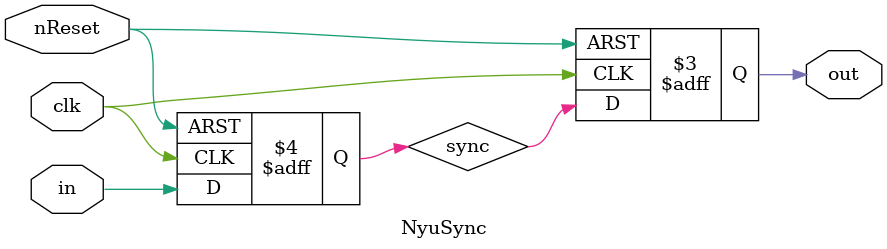
<source format=sv>
module NyuSync (
    input clk,
    input nReset,

    input in,

    output logic out
);

  logic sync;

  always_ff @(posedge clk, negedge nReset) begin
    if (!nReset) begin
      sync <= 0;
      out  <= 0;
    end else begin
      sync <= in;
      out  <= sync;
    end

  end

endmodule

</source>
